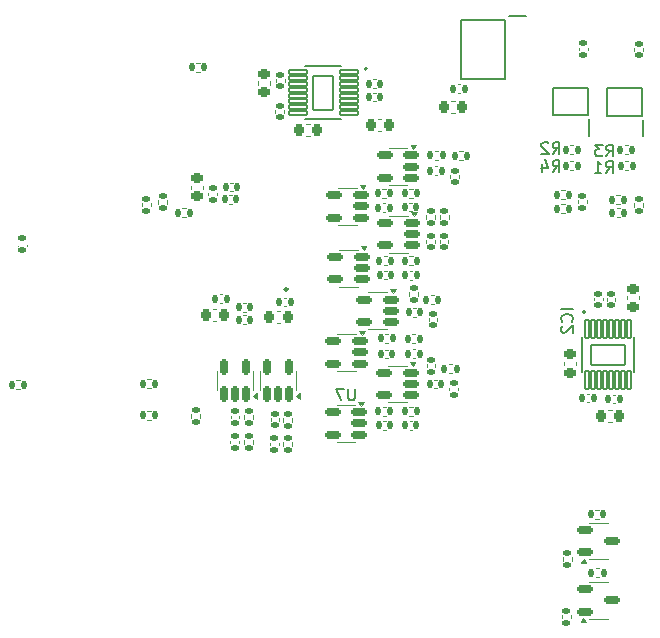
<source format=gbo>
G04 #@! TF.GenerationSoftware,KiCad,Pcbnew,7.0.10*
G04 #@! TF.CreationDate,2024-12-20T15:16:20-05:00*
G04 #@! TF.ProjectId,accessory_v2,61636365-7373-46f7-9279-5f76322e6b69,rev?*
G04 #@! TF.SameCoordinates,Original*
G04 #@! TF.FileFunction,Legend,Bot*
G04 #@! TF.FilePolarity,Positive*
%FSLAX46Y46*%
G04 Gerber Fmt 4.6, Leading zero omitted, Abs format (unit mm)*
G04 Created by KiCad (PCBNEW 7.0.10) date 2024-12-20 15:16:20*
%MOMM*%
%LPD*%
G01*
G04 APERTURE LIST*
G04 Aperture macros list*
%AMRoundRect*
0 Rectangle with rounded corners*
0 $1 Rounding radius*
0 $2 $3 $4 $5 $6 $7 $8 $9 X,Y pos of 4 corners*
0 Add a 4 corners polygon primitive as box body*
4,1,4,$2,$3,$4,$5,$6,$7,$8,$9,$2,$3,0*
0 Add four circle primitives for the rounded corners*
1,1,$1+$1,$2,$3*
1,1,$1+$1,$4,$5*
1,1,$1+$1,$6,$7*
1,1,$1+$1,$8,$9*
0 Add four rect primitives between the rounded corners*
20,1,$1+$1,$2,$3,$4,$5,0*
20,1,$1+$1,$4,$5,$6,$7,0*
20,1,$1+$1,$6,$7,$8,$9,0*
20,1,$1+$1,$8,$9,$2,$3,0*%
G04 Aperture macros list end*
%ADD10C,0.150000*%
%ADD11C,0.120000*%
%ADD12C,0.200000*%
%ADD13C,0.127000*%
%ADD14C,0.250000*%
%ADD15C,2.004000*%
%ADD16C,1.204000*%
%ADD17C,1.554000*%
%ADD18C,4.801000*%
%ADD19C,1.638000*%
%ADD20R,5.200000X1.250000*%
%ADD21RoundRect,0.135000X0.135000X0.185000X-0.135000X0.185000X-0.135000X-0.185000X0.135000X-0.185000X0*%
%ADD22RoundRect,0.140000X-0.170000X0.140000X-0.170000X-0.140000X0.170000X-0.140000X0.170000X0.140000X0*%
%ADD23R,0.450000X1.400000*%
%ADD24RoundRect,0.135000X0.185000X-0.135000X0.185000X0.135000X-0.185000X0.135000X-0.185000X-0.135000X0*%
%ADD25RoundRect,0.150000X0.512500X0.150000X-0.512500X0.150000X-0.512500X-0.150000X0.512500X-0.150000X0*%
%ADD26RoundRect,0.140000X-0.140000X-0.170000X0.140000X-0.170000X0.140000X0.170000X-0.140000X0.170000X0*%
%ADD27RoundRect,0.140000X0.140000X0.170000X-0.140000X0.170000X-0.140000X-0.170000X0.140000X-0.170000X0*%
%ADD28RoundRect,0.060500X0.766500X0.181500X-0.766500X0.181500X-0.766500X-0.181500X0.766500X-0.181500X0*%
%ADD29RoundRect,0.102000X0.825500X1.422500X-0.825500X1.422500X-0.825500X-1.422500X0.825500X-1.422500X0*%
%ADD30RoundRect,0.225000X-0.250000X0.225000X-0.250000X-0.225000X0.250000X-0.225000X0.250000X0.225000X0*%
%ADD31RoundRect,0.225000X0.225000X0.250000X-0.225000X0.250000X-0.225000X-0.250000X0.225000X-0.250000X0*%
%ADD32RoundRect,0.225000X-0.225000X-0.250000X0.225000X-0.250000X0.225000X0.250000X-0.225000X0.250000X0*%
%ADD33RoundRect,0.140000X0.170000X-0.140000X0.170000X0.140000X-0.170000X0.140000X-0.170000X-0.140000X0*%
%ADD34RoundRect,0.135000X-0.135000X-0.185000X0.135000X-0.185000X0.135000X0.185000X-0.135000X0.185000X0*%
%ADD35RoundRect,0.135000X-0.185000X0.135000X-0.185000X-0.135000X0.185000X-0.135000X0.185000X0.135000X0*%
%ADD36R,1.475000X0.450000*%
%ADD37RoundRect,0.150000X0.150000X-0.512500X0.150000X0.512500X-0.150000X0.512500X-0.150000X-0.512500X0*%
%ADD38RoundRect,0.060500X-0.181500X0.766500X-0.181500X-0.766500X0.181500X-0.766500X0.181500X0.766500X0*%
%ADD39RoundRect,0.102000X-1.422500X0.825500X-1.422500X-0.825500X1.422500X-0.825500X1.422500X0.825500X0*%
%ADD40RoundRect,0.150000X-0.512500X-0.150000X0.512500X-0.150000X0.512500X0.150000X-0.512500X0.150000X0*%
%ADD41R,0.300000X0.850000*%
%ADD42R,0.850000X0.300000*%
%ADD43R,4.050000X4.050000*%
%ADD44RoundRect,0.225000X0.250000X-0.225000X0.250000X0.225000X-0.250000X0.225000X-0.250000X-0.225000X0*%
G04 APERTURE END LIST*
D10*
X39694404Y-36074819D02*
X39694404Y-36884342D01*
X39694404Y-36884342D02*
X39646785Y-36979580D01*
X39646785Y-36979580D02*
X39599166Y-37027200D01*
X39599166Y-37027200D02*
X39503928Y-37074819D01*
X39503928Y-37074819D02*
X39313452Y-37074819D01*
X39313452Y-37074819D02*
X39218214Y-37027200D01*
X39218214Y-37027200D02*
X39170595Y-36979580D01*
X39170595Y-36979580D02*
X39122976Y-36884342D01*
X39122976Y-36884342D02*
X39122976Y-36074819D01*
X38742023Y-36074819D02*
X38075357Y-36074819D01*
X38075357Y-36074819D02*
X38503928Y-37074819D01*
X56436666Y-16204819D02*
X56769999Y-15728628D01*
X57008094Y-16204819D02*
X57008094Y-15204819D01*
X57008094Y-15204819D02*
X56627142Y-15204819D01*
X56627142Y-15204819D02*
X56531904Y-15252438D01*
X56531904Y-15252438D02*
X56484285Y-15300057D01*
X56484285Y-15300057D02*
X56436666Y-15395295D01*
X56436666Y-15395295D02*
X56436666Y-15538152D01*
X56436666Y-15538152D02*
X56484285Y-15633390D01*
X56484285Y-15633390D02*
X56531904Y-15681009D01*
X56531904Y-15681009D02*
X56627142Y-15728628D01*
X56627142Y-15728628D02*
X57008094Y-15728628D01*
X56055713Y-15300057D02*
X56008094Y-15252438D01*
X56008094Y-15252438D02*
X55912856Y-15204819D01*
X55912856Y-15204819D02*
X55674761Y-15204819D01*
X55674761Y-15204819D02*
X55579523Y-15252438D01*
X55579523Y-15252438D02*
X55531904Y-15300057D01*
X55531904Y-15300057D02*
X55484285Y-15395295D01*
X55484285Y-15395295D02*
X55484285Y-15490533D01*
X55484285Y-15490533D02*
X55531904Y-15633390D01*
X55531904Y-15633390D02*
X56103332Y-16204819D01*
X56103332Y-16204819D02*
X55484285Y-16204819D01*
X58144819Y-29343810D02*
X57144819Y-29343810D01*
X58049580Y-30391428D02*
X58097200Y-30343809D01*
X58097200Y-30343809D02*
X58144819Y-30200952D01*
X58144819Y-30200952D02*
X58144819Y-30105714D01*
X58144819Y-30105714D02*
X58097200Y-29962857D01*
X58097200Y-29962857D02*
X58001961Y-29867619D01*
X58001961Y-29867619D02*
X57906723Y-29820000D01*
X57906723Y-29820000D02*
X57716247Y-29772381D01*
X57716247Y-29772381D02*
X57573390Y-29772381D01*
X57573390Y-29772381D02*
X57382914Y-29820000D01*
X57382914Y-29820000D02*
X57287676Y-29867619D01*
X57287676Y-29867619D02*
X57192438Y-29962857D01*
X57192438Y-29962857D02*
X57144819Y-30105714D01*
X57144819Y-30105714D02*
X57144819Y-30200952D01*
X57144819Y-30200952D02*
X57192438Y-30343809D01*
X57192438Y-30343809D02*
X57240057Y-30391428D01*
X57240057Y-30772381D02*
X57192438Y-30820000D01*
X57192438Y-30820000D02*
X57144819Y-30915238D01*
X57144819Y-30915238D02*
X57144819Y-31153333D01*
X57144819Y-31153333D02*
X57192438Y-31248571D01*
X57192438Y-31248571D02*
X57240057Y-31296190D01*
X57240057Y-31296190D02*
X57335295Y-31343809D01*
X57335295Y-31343809D02*
X57430533Y-31343809D01*
X57430533Y-31343809D02*
X57573390Y-31296190D01*
X57573390Y-31296190D02*
X58144819Y-30724762D01*
X58144819Y-30724762D02*
X58144819Y-31343809D01*
X56426666Y-17714819D02*
X56759999Y-17238628D01*
X56998094Y-17714819D02*
X56998094Y-16714819D01*
X56998094Y-16714819D02*
X56617142Y-16714819D01*
X56617142Y-16714819D02*
X56521904Y-16762438D01*
X56521904Y-16762438D02*
X56474285Y-16810057D01*
X56474285Y-16810057D02*
X56426666Y-16905295D01*
X56426666Y-16905295D02*
X56426666Y-17048152D01*
X56426666Y-17048152D02*
X56474285Y-17143390D01*
X56474285Y-17143390D02*
X56521904Y-17191009D01*
X56521904Y-17191009D02*
X56617142Y-17238628D01*
X56617142Y-17238628D02*
X56998094Y-17238628D01*
X55569523Y-17048152D02*
X55569523Y-17714819D01*
X55807618Y-16667200D02*
X56045713Y-17381485D01*
X56045713Y-17381485D02*
X55426666Y-17381485D01*
X60936666Y-17804819D02*
X61269999Y-17328628D01*
X61508094Y-17804819D02*
X61508094Y-16804819D01*
X61508094Y-16804819D02*
X61127142Y-16804819D01*
X61127142Y-16804819D02*
X61031904Y-16852438D01*
X61031904Y-16852438D02*
X60984285Y-16900057D01*
X60984285Y-16900057D02*
X60936666Y-16995295D01*
X60936666Y-16995295D02*
X60936666Y-17138152D01*
X60936666Y-17138152D02*
X60984285Y-17233390D01*
X60984285Y-17233390D02*
X61031904Y-17281009D01*
X61031904Y-17281009D02*
X61127142Y-17328628D01*
X61127142Y-17328628D02*
X61508094Y-17328628D01*
X59984285Y-17804819D02*
X60555713Y-17804819D01*
X60269999Y-17804819D02*
X60269999Y-16804819D01*
X60269999Y-16804819D02*
X60365237Y-16947676D01*
X60365237Y-16947676D02*
X60460475Y-17042914D01*
X60460475Y-17042914D02*
X60555713Y-17090533D01*
X60986666Y-16414819D02*
X61319999Y-15938628D01*
X61558094Y-16414819D02*
X61558094Y-15414819D01*
X61558094Y-15414819D02*
X61177142Y-15414819D01*
X61177142Y-15414819D02*
X61081904Y-15462438D01*
X61081904Y-15462438D02*
X61034285Y-15510057D01*
X61034285Y-15510057D02*
X60986666Y-15605295D01*
X60986666Y-15605295D02*
X60986666Y-15748152D01*
X60986666Y-15748152D02*
X61034285Y-15843390D01*
X61034285Y-15843390D02*
X61081904Y-15891009D01*
X61081904Y-15891009D02*
X61177142Y-15938628D01*
X61177142Y-15938628D02*
X61558094Y-15938628D01*
X60653332Y-15414819D02*
X60034285Y-15414819D01*
X60034285Y-15414819D02*
X60367618Y-15795771D01*
X60367618Y-15795771D02*
X60224761Y-15795771D01*
X60224761Y-15795771D02*
X60129523Y-15843390D01*
X60129523Y-15843390D02*
X60081904Y-15891009D01*
X60081904Y-15891009D02*
X60034285Y-15986247D01*
X60034285Y-15986247D02*
X60034285Y-16224342D01*
X60034285Y-16224342D02*
X60081904Y-16319580D01*
X60081904Y-16319580D02*
X60129523Y-16367200D01*
X60129523Y-16367200D02*
X60224761Y-16414819D01*
X60224761Y-16414819D02*
X60510475Y-16414819D01*
X60510475Y-16414819D02*
X60605713Y-16367200D01*
X60605713Y-16367200D02*
X60653332Y-16319580D01*
D11*
X48803641Y-16720000D02*
X48496359Y-16720000D01*
X48803641Y-15960000D02*
X48496359Y-15960000D01*
X46751141Y-16707500D02*
X46443859Y-16707500D01*
X46751141Y-15947500D02*
X46443859Y-15947500D01*
X44603641Y-25632500D02*
X44296359Y-25632500D01*
X44603641Y-24872500D02*
X44296359Y-24872500D01*
X46457500Y-23512164D02*
X46457500Y-23727836D01*
X45737500Y-23512164D02*
X45737500Y-23727836D01*
D12*
X64080000Y-14710000D02*
X64080000Y-13310000D01*
X61030000Y-12960000D02*
X64030000Y-12960000D01*
X64030000Y-12960000D02*
X64030000Y-10660000D01*
X61030000Y-10660000D02*
X61030000Y-12960000D01*
X64030000Y-10660000D02*
X61030000Y-10660000D01*
D11*
X33640000Y-38873641D02*
X33640000Y-38566359D01*
X34400000Y-38873641D02*
X34400000Y-38566359D01*
X41632500Y-31045000D02*
X42432500Y-31045000D01*
X41632500Y-31045000D02*
X40832500Y-31045000D01*
X41632500Y-27925000D02*
X42432500Y-27925000D01*
X41632500Y-27925000D02*
X40832500Y-27925000D01*
X42932500Y-27975000D02*
X42692500Y-27645000D01*
X43172500Y-27645000D01*
X42932500Y-27975000D01*
G36*
X42932500Y-27975000D02*
G01*
X42692500Y-27645000D01*
X43172500Y-27645000D01*
X42932500Y-27975000D01*
G37*
X47577500Y-23522164D02*
X47577500Y-23737836D01*
X46857500Y-23522164D02*
X46857500Y-23737836D01*
X57200000Y-55523641D02*
X57200000Y-55216359D01*
X57960000Y-55523641D02*
X57960000Y-55216359D01*
X48500000Y-18022164D02*
X48500000Y-18237836D01*
X47780000Y-18022164D02*
X47780000Y-18237836D01*
X59312164Y-36520000D02*
X59527836Y-36520000D01*
X59312164Y-37240000D02*
X59527836Y-37240000D01*
X46665336Y-17967500D02*
X46449664Y-17967500D01*
X46665336Y-17247500D02*
X46449664Y-17247500D01*
D13*
X38500000Y-13220000D02*
X35500000Y-13220000D01*
X38500000Y-8800000D02*
X35500000Y-8800000D01*
D12*
X40710000Y-8980000D02*
G75*
G03*
X40510000Y-8980000I-100000J0D01*
G01*
X40510000Y-8980000D02*
G75*
G03*
X40710000Y-8980000I100000J0D01*
G01*
D11*
X42336141Y-38385000D02*
X42028859Y-38385000D01*
X42336141Y-37625000D02*
X42028859Y-37625000D01*
X42482836Y-33502500D02*
X42267164Y-33502500D01*
X42482836Y-32782500D02*
X42267164Y-32782500D01*
X63730000Y-28239420D02*
X63730000Y-28520580D01*
X62710000Y-28239420D02*
X62710000Y-28520580D01*
X35860580Y-14670000D02*
X35579420Y-14670000D01*
X35860580Y-13650000D02*
X35579420Y-13650000D01*
X30322500Y-40743641D02*
X30322500Y-40436359D01*
X31082500Y-40743641D02*
X31082500Y-40436359D01*
X21640000Y-20643641D02*
X21640000Y-20336359D01*
X22400000Y-20643641D02*
X22400000Y-20336359D01*
X41457836Y-10610000D02*
X41242164Y-10610000D01*
X41457836Y-9890000D02*
X41242164Y-9890000D01*
X61532164Y-36610000D02*
X61747836Y-36610000D01*
X61532164Y-37330000D02*
X61747836Y-37330000D01*
X30222164Y-29870000D02*
X30437836Y-29870000D01*
X30222164Y-30590000D02*
X30437836Y-30590000D01*
X38932500Y-40580000D02*
X39732500Y-40580000D01*
X38932500Y-40580000D02*
X38132500Y-40580000D01*
X38932500Y-37460000D02*
X39732500Y-37460000D01*
X38932500Y-37460000D02*
X38132500Y-37460000D01*
X40232500Y-37510000D02*
X39992500Y-37180000D01*
X40472500Y-37180000D01*
X40232500Y-37510000D01*
G36*
X40232500Y-37510000D02*
G01*
X39992500Y-37180000D01*
X40472500Y-37180000D01*
X40232500Y-37510000D01*
G37*
X11338641Y-36120000D02*
X11031359Y-36120000D01*
X11338641Y-35360000D02*
X11031359Y-35360000D01*
X22393641Y-36050000D02*
X22086359Y-36050000D01*
X22393641Y-35290000D02*
X22086359Y-35290000D01*
X41659420Y-13220000D02*
X41940580Y-13220000D01*
X41659420Y-14240000D02*
X41940580Y-14240000D01*
X43272500Y-37237500D02*
X44072500Y-37237500D01*
X43272500Y-37237500D02*
X42472500Y-37237500D01*
X43272500Y-34117500D02*
X44072500Y-34117500D01*
X43272500Y-34117500D02*
X42472500Y-34117500D01*
X44572500Y-34167500D02*
X44332500Y-33837500D01*
X44812500Y-33837500D01*
X44572500Y-34167500D01*
G36*
X44572500Y-34167500D02*
G01*
X44332500Y-33837500D01*
X44812500Y-33837500D01*
X44572500Y-34167500D01*
G37*
X39032500Y-22210000D02*
X39832500Y-22210000D01*
X39032500Y-22210000D02*
X38232500Y-22210000D01*
X39032500Y-19090000D02*
X39832500Y-19090000D01*
X39032500Y-19090000D02*
X38232500Y-19090000D01*
X40332500Y-19140000D02*
X40092500Y-18810000D01*
X40572500Y-18810000D01*
X40332500Y-19140000D01*
G36*
X40332500Y-19140000D02*
G01*
X40092500Y-18810000D01*
X40572500Y-18810000D01*
X40332500Y-19140000D01*
G37*
X29162500Y-38577836D02*
X29162500Y-38362164D01*
X29882500Y-38577836D02*
X29882500Y-38362164D01*
X61822359Y-19686000D02*
X62129641Y-19686000D01*
X61822359Y-20446000D02*
X62129641Y-20446000D01*
X48402500Y-35992164D02*
X48402500Y-36207836D01*
X47682500Y-35992164D02*
X47682500Y-36207836D01*
X60670000Y-28392164D02*
X60670000Y-28607836D01*
X59950000Y-28392164D02*
X59950000Y-28607836D01*
X44342164Y-26122500D02*
X44557836Y-26122500D01*
X44342164Y-26842500D02*
X44557836Y-26842500D01*
X29860000Y-40482164D02*
X29860000Y-40697836D01*
X29140000Y-40482164D02*
X29140000Y-40697836D01*
X58193641Y-16240000D02*
X57886359Y-16240000D01*
X58193641Y-15480000D02*
X57886359Y-15480000D01*
X25830000Y-38523641D02*
X25830000Y-38216359D01*
X26590000Y-38523641D02*
X26590000Y-38216359D01*
X59333400Y-20090159D02*
X59333400Y-20397441D01*
X58573400Y-20090159D02*
X58573400Y-20397441D01*
X43340000Y-18840000D02*
X44140000Y-18840000D01*
X43340000Y-18840000D02*
X42540000Y-18840000D01*
X43340000Y-15720000D02*
X44140000Y-15720000D01*
X43340000Y-15720000D02*
X42540000Y-15720000D01*
X44640000Y-15770000D02*
X44400000Y-15440000D01*
X44880000Y-15440000D01*
X44640000Y-15770000D01*
G36*
X44640000Y-15770000D02*
G01*
X44400000Y-15440000D01*
X44880000Y-15440000D01*
X44640000Y-15770000D01*
G37*
X48146580Y-12702000D02*
X47865420Y-12702000D01*
X48146580Y-11682000D02*
X47865420Y-11682000D01*
X57174159Y-19279600D02*
X57481441Y-19279600D01*
X57174159Y-20039600D02*
X57481441Y-20039600D01*
X41457836Y-11760000D02*
X41242164Y-11760000D01*
X41457836Y-11040000D02*
X41242164Y-11040000D01*
X47617500Y-21376359D02*
X47617500Y-21683641D01*
X46857500Y-21376359D02*
X46857500Y-21683641D01*
D12*
X54195000Y-4530000D02*
X52720000Y-4530000D01*
X52370000Y-9880000D02*
X52370000Y-4880000D01*
X52370000Y-4880000D02*
X48670000Y-4880000D01*
X48670000Y-9880000D02*
X52370000Y-9880000D01*
X48670000Y-4880000D02*
X48670000Y-9880000D01*
D11*
X27970580Y-30320000D02*
X27689420Y-30320000D01*
X27970580Y-29300000D02*
X27689420Y-29300000D01*
X42423641Y-25612500D02*
X42116359Y-25612500D01*
X42423641Y-24852500D02*
X42116359Y-24852500D01*
X27972500Y-35420000D02*
X27972500Y-36220000D01*
X27972500Y-35420000D02*
X27972500Y-34620000D01*
X31092500Y-35420000D02*
X31092500Y-36220000D01*
X31092500Y-35420000D02*
X31092500Y-34620000D01*
X31372500Y-36960000D02*
X31042500Y-36720000D01*
X31372500Y-36480000D01*
X31372500Y-36960000D01*
G36*
X31372500Y-36960000D02*
G01*
X31042500Y-36720000D01*
X31372500Y-36480000D01*
X31372500Y-36960000D01*
G37*
X29247836Y-20420000D02*
X29032164Y-20420000D01*
X29247836Y-19700000D02*
X29032164Y-19700000D01*
X33640000Y-40933641D02*
X33640000Y-40626359D01*
X34400000Y-40933641D02*
X34400000Y-40626359D01*
X58430000Y-33809420D02*
X58430000Y-34090580D01*
X57410000Y-33809420D02*
X57410000Y-34090580D01*
X63360000Y-7447836D02*
X63360000Y-7232164D01*
X64080000Y-7447836D02*
X64080000Y-7232164D01*
D13*
X63320000Y-31700000D02*
X63320000Y-34700000D01*
X58900000Y-31700000D02*
X58900000Y-34700000D01*
D12*
X59180000Y-29590000D02*
G75*
G03*
X58980000Y-29590000I-100000J0D01*
G01*
X58980000Y-29590000D02*
G75*
G03*
X59180000Y-29590000I100000J0D01*
G01*
D11*
X42310336Y-39545000D02*
X42094664Y-39545000D01*
X42310336Y-38825000D02*
X42094664Y-38825000D01*
X60036359Y-46330000D02*
X60343641Y-46330000D01*
X60036359Y-47090000D02*
X60343641Y-47090000D01*
X46662500Y-30097164D02*
X46662500Y-30312836D01*
X45942500Y-30097164D02*
X45942500Y-30312836D01*
X39120000Y-27430000D02*
X39920000Y-27430000D01*
X39120000Y-27430000D02*
X38320000Y-27430000D01*
X39120000Y-24310000D02*
X39920000Y-24310000D01*
X39120000Y-24310000D02*
X38320000Y-24310000D01*
X40420000Y-24360000D02*
X40180000Y-24030000D01*
X40660000Y-24030000D01*
X40420000Y-24360000D01*
G36*
X40420000Y-24360000D02*
G01*
X40180000Y-24030000D01*
X40660000Y-24030000D01*
X40420000Y-24360000D01*
G37*
X64108600Y-20369559D02*
X64108600Y-20676841D01*
X63348600Y-20369559D02*
X63348600Y-20676841D01*
X25373641Y-21580000D02*
X25066359Y-21580000D01*
X25373641Y-20820000D02*
X25066359Y-20820000D01*
X26533641Y-9230000D02*
X26226359Y-9230000D01*
X26533641Y-8470000D02*
X26226359Y-8470000D01*
X27280000Y-19707836D02*
X27280000Y-19492164D01*
X28000000Y-19707836D02*
X28000000Y-19492164D01*
X33089420Y-29520000D02*
X33370580Y-29520000D01*
X33089420Y-30540000D02*
X33370580Y-30540000D01*
X44850336Y-29975000D02*
X44634664Y-29975000D01*
X44850336Y-29255000D02*
X44634664Y-29255000D01*
X30320000Y-38613641D02*
X30320000Y-38306359D01*
X31080000Y-38613641D02*
X31080000Y-38306359D01*
X47936141Y-34770000D02*
X47628859Y-34770000D01*
X47936141Y-34010000D02*
X47628859Y-34010000D01*
X44294664Y-20352500D02*
X44510336Y-20352500D01*
X44294664Y-21072500D02*
X44510336Y-21072500D01*
X58183641Y-17600000D02*
X57876359Y-17600000D01*
X58183641Y-16840000D02*
X57876359Y-16840000D01*
X62843641Y-17600000D02*
X62536359Y-17600000D01*
X62843641Y-16840000D02*
X62536359Y-16840000D01*
X32480000Y-10059420D02*
X32480000Y-10340580D01*
X31460000Y-10059420D02*
X31460000Y-10340580D01*
X46406141Y-28925000D02*
X46098859Y-28925000D01*
X46406141Y-28165000D02*
X46098859Y-28165000D01*
X32577500Y-38787836D02*
X32577500Y-38572164D01*
X33297500Y-38787836D02*
X33297500Y-38572164D01*
X42528641Y-32202500D02*
X42221359Y-32202500D01*
X42528641Y-31442500D02*
X42221359Y-31442500D01*
X44587164Y-32742500D02*
X44802836Y-32742500D01*
X44587164Y-33462500D02*
X44802836Y-33462500D01*
X42326141Y-19922500D02*
X42018859Y-19922500D01*
X42326141Y-19162500D02*
X42018859Y-19162500D01*
X44566141Y-19922500D02*
X44258859Y-19922500D01*
X44566141Y-19162500D02*
X44258859Y-19162500D01*
X11130000Y-23983641D02*
X11130000Y-23676359D01*
X11890000Y-23983641D02*
X11890000Y-23676359D01*
X57290000Y-50653641D02*
X57290000Y-50346359D01*
X58050000Y-50653641D02*
X58050000Y-50346359D01*
X43397500Y-24560000D02*
X44197500Y-24560000D01*
X43397500Y-24560000D02*
X42597500Y-24560000D01*
X43397500Y-21440000D02*
X44197500Y-21440000D01*
X43397500Y-21440000D02*
X42597500Y-21440000D01*
X44697500Y-21490000D02*
X44457500Y-21160000D01*
X44937500Y-21160000D01*
X44697500Y-21490000D01*
G36*
X44697500Y-21490000D02*
G01*
X44457500Y-21160000D01*
X44937500Y-21160000D01*
X44697500Y-21490000D01*
G37*
X45752500Y-34273641D02*
X45752500Y-33966359D01*
X46512500Y-34273641D02*
X46512500Y-33966359D01*
X61847759Y-20803600D02*
X62155041Y-20803600D01*
X61847759Y-21563600D02*
X62155041Y-21563600D01*
X57150759Y-20448000D02*
X57458041Y-20448000D01*
X57150759Y-21208000D02*
X57458041Y-21208000D01*
X42377836Y-26832500D02*
X42162164Y-26832500D01*
X42377836Y-26112500D02*
X42162164Y-26112500D01*
X42270336Y-21102500D02*
X42054664Y-21102500D01*
X42270336Y-20382500D02*
X42054664Y-20382500D01*
X48621836Y-11028000D02*
X48406164Y-11028000D01*
X48621836Y-10308000D02*
X48406164Y-10308000D01*
D12*
X59470000Y-14660000D02*
X59470000Y-13260000D01*
X56420000Y-12910000D02*
X59420000Y-12910000D01*
X59420000Y-12910000D02*
X59420000Y-10610000D01*
X56420000Y-10610000D02*
X56420000Y-12910000D01*
X59420000Y-10610000D02*
X56420000Y-10610000D01*
D11*
X22408641Y-38700000D02*
X22101359Y-38700000D01*
X22408641Y-37940000D02*
X22101359Y-37940000D01*
X31612500Y-35410000D02*
X31612500Y-36210000D01*
X31612500Y-35410000D02*
X31612500Y-34610000D01*
X34732500Y-35410000D02*
X34732500Y-36210000D01*
X34732500Y-35410000D02*
X34732500Y-34610000D01*
X35012500Y-36950000D02*
X34682500Y-36710000D01*
X35012500Y-36470000D01*
X35012500Y-36950000D01*
G36*
X35012500Y-36950000D02*
G01*
X34682500Y-36710000D01*
X35012500Y-36470000D01*
X35012500Y-36950000D01*
G37*
X30222164Y-28830000D02*
X30437836Y-28830000D01*
X30222164Y-29550000D02*
X30437836Y-29550000D01*
X29367836Y-19370000D02*
X29152164Y-19370000D01*
X29367836Y-18650000D02*
X29152164Y-18650000D01*
X58670000Y-7437836D02*
X58670000Y-7222164D01*
X59390000Y-7437836D02*
X59390000Y-7222164D01*
X61139420Y-37850000D02*
X61420580Y-37850000D01*
X61139420Y-38870000D02*
X61420580Y-38870000D01*
X33730000Y-9872164D02*
X33730000Y-10087836D01*
X33010000Y-9872164D02*
X33010000Y-10087836D01*
X44282500Y-28198641D02*
X44282500Y-27891359D01*
X45042500Y-28198641D02*
X45042500Y-27891359D01*
X62823641Y-16230000D02*
X62516359Y-16230000D01*
X62823641Y-15470000D02*
X62516359Y-15470000D01*
X61740000Y-28402164D02*
X61740000Y-28617836D01*
X61020000Y-28402164D02*
X61020000Y-28617836D01*
X33230000Y-40642164D02*
X33230000Y-40857836D01*
X32510000Y-40642164D02*
X32510000Y-40857836D01*
X60350000Y-47410000D02*
X59550000Y-47410000D01*
X60350000Y-47410000D02*
X61150000Y-47410000D01*
X60350000Y-50530000D02*
X59550000Y-50530000D01*
X60350000Y-50530000D02*
X61150000Y-50530000D01*
X59290000Y-50810000D02*
X58810000Y-50810000D01*
X59050000Y-50480000D01*
X59290000Y-50810000D01*
G36*
X59290000Y-50810000D02*
G01*
X58810000Y-50810000D01*
X59050000Y-50480000D01*
X59290000Y-50810000D01*
G37*
X45717500Y-21673641D02*
X45717500Y-21366359D01*
X46477500Y-21673641D02*
X46477500Y-21366359D01*
X23050000Y-20433641D02*
X23050000Y-20126359D01*
X23810000Y-20433641D02*
X23810000Y-20126359D01*
X44596141Y-38365000D02*
X44288859Y-38365000D01*
X44596141Y-37605000D02*
X44288859Y-37605000D01*
X28467836Y-28810000D02*
X28252164Y-28810000D01*
X28467836Y-28090000D02*
X28252164Y-28090000D01*
D14*
X33985000Y-27665000D02*
G75*
G03*
X33735000Y-27665000I-125000J0D01*
G01*
X33735000Y-27665000D02*
G75*
G03*
X33985000Y-27665000I125000J0D01*
G01*
D11*
X38965000Y-34570000D02*
X39765000Y-34570000D01*
X38965000Y-34570000D02*
X38165000Y-34570000D01*
X38965000Y-31450000D02*
X39765000Y-31450000D01*
X38965000Y-31450000D02*
X38165000Y-31450000D01*
X40265000Y-31500000D02*
X40025000Y-31170000D01*
X40505000Y-31170000D01*
X40265000Y-31500000D01*
G36*
X40265000Y-31500000D02*
G01*
X40025000Y-31170000D01*
X40505000Y-31170000D01*
X40265000Y-31500000D01*
G37*
X60076359Y-51280000D02*
X60383641Y-51280000D01*
X60076359Y-52040000D02*
X60383641Y-52040000D01*
X25810000Y-19170580D02*
X25810000Y-18889420D01*
X26830000Y-19170580D02*
X26830000Y-18889420D01*
X32950000Y-12697836D02*
X32950000Y-12482164D01*
X33670000Y-12697836D02*
X33670000Y-12482164D01*
X46610336Y-36050000D02*
X46394664Y-36050000D01*
X46610336Y-35330000D02*
X46394664Y-35330000D01*
X44314664Y-38835000D02*
X44530336Y-38835000D01*
X44314664Y-39555000D02*
X44530336Y-39555000D01*
X60340000Y-52440000D02*
X59540000Y-52440000D01*
X60340000Y-52440000D02*
X61140000Y-52440000D01*
X60340000Y-55560000D02*
X59540000Y-55560000D01*
X60340000Y-55560000D02*
X61140000Y-55560000D01*
X59280000Y-55840000D02*
X58800000Y-55840000D01*
X59040000Y-55510000D01*
X59280000Y-55840000D01*
G36*
X59280000Y-55840000D02*
G01*
X58800000Y-55840000D01*
X59040000Y-55510000D01*
X59280000Y-55840000D01*
G37*
X44808641Y-32232500D02*
X44501359Y-32232500D01*
X44808641Y-31472500D02*
X44501359Y-31472500D01*
X33652164Y-28390000D02*
X33867836Y-28390000D01*
X33652164Y-29110000D02*
X33867836Y-29110000D01*
%LPC*%
D15*
X8980000Y-63720000D03*
X19140000Y-23080000D03*
X24220000Y-51020000D03*
X24220000Y-48480000D03*
X24220000Y-40860000D03*
X24220000Y-38320000D03*
X24220000Y-35780000D03*
X8980000Y-35780000D03*
X8980000Y-48480000D03*
X8980000Y-51020000D03*
X8980000Y-61180000D03*
X24220000Y-25620000D03*
X24220000Y-23080000D03*
X24220000Y-15460000D03*
X24220000Y-12920000D03*
X24220000Y-10380000D03*
X8980000Y-23080000D03*
X8980000Y-25620000D03*
X8980000Y-28160000D03*
X8980000Y-30700000D03*
D16*
X18632000Y-68288000D03*
X15330000Y-68288000D03*
D15*
X24220000Y-68800000D03*
X8980000Y-33240000D03*
X8980000Y-66260000D03*
X16600000Y-23080000D03*
D17*
X13430000Y-53830000D03*
X13430000Y-55830000D03*
D15*
X11520000Y-23080000D03*
X14060000Y-23080000D03*
D17*
X11430000Y-55830000D03*
X11430000Y-53830000D03*
X15430000Y-53830000D03*
X15430000Y-55830000D03*
D15*
X21170000Y-54830000D03*
X21170000Y-52290000D03*
X21680000Y-23080000D03*
X8980000Y-68800000D03*
X11520000Y-66260000D03*
D18*
X53000000Y-16855000D03*
X53000000Y-63895000D03*
D19*
X55540000Y-26151000D03*
X55540000Y-28437000D03*
X55540000Y-30723000D03*
X55540000Y-33009000D03*
X55540000Y-35295000D03*
X55540000Y-37581000D03*
X55540000Y-39867000D03*
X55540000Y-42153000D03*
X55540000Y-44439000D03*
X55540000Y-46725000D03*
X55540000Y-49011000D03*
X55540000Y-51297000D03*
X55540000Y-53583000D03*
X55540000Y-55869000D03*
X53000000Y-25008000D03*
X53000000Y-27294000D03*
X53000000Y-29580000D03*
X53000000Y-31866000D03*
X53000000Y-34152000D03*
X53000000Y-36438000D03*
X53000000Y-38724000D03*
X53000000Y-41010000D03*
X53000000Y-43296000D03*
X53000000Y-45582000D03*
X53000000Y-47868000D03*
X53000000Y-50154000D03*
X53000000Y-52440000D03*
X53000000Y-54726000D03*
X53000000Y-57012000D03*
X50460000Y-23865000D03*
X50460000Y-26151000D03*
X50460000Y-28437000D03*
X50460000Y-30723000D03*
X50460000Y-33009000D03*
X50460000Y-35295000D03*
X50460000Y-37581000D03*
X50460000Y-39867000D03*
X50460000Y-42153000D03*
X50460000Y-44439000D03*
X50460000Y-46725000D03*
X50460000Y-49011000D03*
X50460000Y-51297000D03*
X50460000Y-53583000D03*
X50460000Y-55869000D03*
D20*
X3000000Y-44775000D03*
X3000000Y-42875000D03*
X3000000Y-40875000D03*
X3000000Y-38875000D03*
X3000000Y-36875000D03*
D21*
X49160000Y-16340000D03*
X48140000Y-16340000D03*
X47107500Y-16327500D03*
X46087500Y-16327500D03*
X44960000Y-25252500D03*
X43940000Y-25252500D03*
D22*
X46097500Y-23140000D03*
X46097500Y-24100000D03*
D23*
X63505000Y-14010000D03*
X62855000Y-14010000D03*
X62205000Y-14010000D03*
X61555000Y-14010000D03*
X61555000Y-9610000D03*
X62205000Y-9610000D03*
X62855000Y-9610000D03*
X63505000Y-9610000D03*
D24*
X34020000Y-39230000D03*
X34020000Y-38210000D03*
D25*
X42770000Y-28535000D03*
X42770000Y-29485000D03*
X42770000Y-30435000D03*
X40495000Y-30435000D03*
X40495000Y-28535000D03*
D22*
X47217500Y-23150000D03*
X47217500Y-24110000D03*
D24*
X57580000Y-55880000D03*
X57580000Y-54860000D03*
D22*
X48140000Y-17650000D03*
X48140000Y-18610000D03*
D26*
X58940000Y-36880000D03*
X59900000Y-36880000D03*
D27*
X47037500Y-17607500D03*
X46077500Y-17607500D03*
D28*
X39160000Y-9260000D03*
X39160000Y-9760000D03*
X39160000Y-10260000D03*
X39160000Y-10760000D03*
X39160000Y-11260000D03*
X39160000Y-11760000D03*
X39160000Y-12260000D03*
X39160000Y-12760000D03*
X34840000Y-12760000D03*
X34840000Y-12260000D03*
X34840000Y-11760000D03*
X34840000Y-11260000D03*
X34840000Y-10760000D03*
X34840000Y-10260000D03*
X34840000Y-9760000D03*
X34840000Y-9260000D03*
D29*
X37000000Y-11010000D03*
D21*
X42692500Y-38005000D03*
X41672500Y-38005000D03*
D27*
X42855000Y-33142500D03*
X41895000Y-33142500D03*
D30*
X63220000Y-27605000D03*
X63220000Y-29155000D03*
D31*
X36495000Y-14160000D03*
X34945000Y-14160000D03*
D24*
X30702500Y-41100000D03*
X30702500Y-40080000D03*
X22020000Y-21000000D03*
X22020000Y-19980000D03*
D27*
X41830000Y-10250000D03*
X40870000Y-10250000D03*
D26*
X61160000Y-36970000D03*
X62120000Y-36970000D03*
X29850000Y-30230000D03*
X30810000Y-30230000D03*
D25*
X40070000Y-38070000D03*
X40070000Y-39020000D03*
X40070000Y-39970000D03*
X37795000Y-39970000D03*
X37795000Y-38070000D03*
D21*
X11695000Y-35740000D03*
X10675000Y-35740000D03*
X22750000Y-35670000D03*
X21730000Y-35670000D03*
D32*
X41025000Y-13730000D03*
X42575000Y-13730000D03*
D25*
X44410000Y-34727500D03*
X44410000Y-35677500D03*
X44410000Y-36627500D03*
X42135000Y-36627500D03*
X42135000Y-34727500D03*
X40170000Y-19700000D03*
X40170000Y-20650000D03*
X40170000Y-21600000D03*
X37895000Y-21600000D03*
X37895000Y-19700000D03*
D33*
X29522500Y-38950000D03*
X29522500Y-37990000D03*
D34*
X61466000Y-20066000D03*
X62486000Y-20066000D03*
D22*
X48042500Y-35620000D03*
X48042500Y-36580000D03*
X60310000Y-28020000D03*
X60310000Y-28980000D03*
D26*
X43970000Y-26482500D03*
X44930000Y-26482500D03*
D22*
X29500000Y-40110000D03*
X29500000Y-41070000D03*
D21*
X58550000Y-15860000D03*
X57530000Y-15860000D03*
D24*
X26210000Y-38880000D03*
X26210000Y-37860000D03*
D35*
X58953400Y-19733800D03*
X58953400Y-20753800D03*
D25*
X44477500Y-16330000D03*
X44477500Y-17280000D03*
X44477500Y-18230000D03*
X42202500Y-18230000D03*
X42202500Y-16330000D03*
D31*
X48781000Y-12192000D03*
X47231000Y-12192000D03*
D34*
X56817800Y-19659600D03*
X57837800Y-19659600D03*
D27*
X41830000Y-11400000D03*
X40870000Y-11400000D03*
D35*
X47237500Y-21020000D03*
X47237500Y-22040000D03*
D36*
X53458000Y-5105000D03*
X53458000Y-5755000D03*
X53458000Y-6405000D03*
X53458000Y-7055000D03*
X53458000Y-7705000D03*
X53458000Y-8355000D03*
X53458000Y-9005000D03*
X53458000Y-9655000D03*
X47582000Y-9655000D03*
X47582000Y-9005000D03*
X47582000Y-8355000D03*
X47582000Y-7705000D03*
X47582000Y-7055000D03*
X47582000Y-6405000D03*
X47582000Y-5755000D03*
X47582000Y-5105000D03*
D31*
X28605000Y-29810000D03*
X27055000Y-29810000D03*
D21*
X42780000Y-25232500D03*
X41760000Y-25232500D03*
D37*
X30482500Y-36557500D03*
X29532500Y-36557500D03*
X28582500Y-36557500D03*
X28582500Y-34282500D03*
X30482500Y-34282500D03*
D27*
X29620000Y-20060000D03*
X28660000Y-20060000D03*
D24*
X34020000Y-41290000D03*
X34020000Y-40270000D03*
D30*
X57920000Y-33175000D03*
X57920000Y-34725000D03*
D33*
X63720000Y-7820000D03*
X63720000Y-6860000D03*
D38*
X59360000Y-31040000D03*
X59860000Y-31040000D03*
X60360000Y-31040000D03*
X60860000Y-31040000D03*
X61360000Y-31040000D03*
X61860000Y-31040000D03*
X62360000Y-31040000D03*
X62860000Y-31040000D03*
X62860000Y-35360000D03*
X62360000Y-35360000D03*
X61860000Y-35360000D03*
X61360000Y-35360000D03*
X60860000Y-35360000D03*
X60360000Y-35360000D03*
X59860000Y-35360000D03*
X59360000Y-35360000D03*
D39*
X61110000Y-33200000D03*
D27*
X42682500Y-39185000D03*
X41722500Y-39185000D03*
D34*
X59680000Y-46710000D03*
X60700000Y-46710000D03*
D22*
X46302500Y-29725000D03*
X46302500Y-30685000D03*
D25*
X40257500Y-24920000D03*
X40257500Y-25870000D03*
X40257500Y-26820000D03*
X37982500Y-26820000D03*
X37982500Y-24920000D03*
D35*
X63728600Y-20013200D03*
X63728600Y-21033200D03*
D21*
X25730000Y-21200000D03*
X24710000Y-21200000D03*
X26890000Y-8850000D03*
X25870000Y-8850000D03*
D33*
X27640000Y-20080000D03*
X27640000Y-19120000D03*
D32*
X32455000Y-30030000D03*
X34005000Y-30030000D03*
D27*
X45222500Y-29615000D03*
X44262500Y-29615000D03*
D24*
X30700000Y-38970000D03*
X30700000Y-37950000D03*
D21*
X48292500Y-34390000D03*
X47272500Y-34390000D03*
D26*
X43922500Y-20712500D03*
X44882500Y-20712500D03*
D21*
X58540000Y-17220000D03*
X57520000Y-17220000D03*
X63200000Y-17220000D03*
X62180000Y-17220000D03*
D30*
X31970000Y-9425000D03*
X31970000Y-10975000D03*
D21*
X46762500Y-28545000D03*
X45742500Y-28545000D03*
D33*
X32937500Y-39160000D03*
X32937500Y-38200000D03*
D21*
X42885000Y-31822500D03*
X41865000Y-31822500D03*
D26*
X44215000Y-33102500D03*
X45175000Y-33102500D03*
D21*
X42682500Y-19542500D03*
X41662500Y-19542500D03*
X44922500Y-19542500D03*
X43902500Y-19542500D03*
D24*
X11510000Y-24340000D03*
X11510000Y-23320000D03*
X57670000Y-51010000D03*
X57670000Y-49990000D03*
D25*
X44535000Y-22050000D03*
X44535000Y-23000000D03*
X44535000Y-23950000D03*
X42260000Y-23950000D03*
X42260000Y-22050000D03*
D24*
X46132500Y-34630000D03*
X46132500Y-33610000D03*
D34*
X61491400Y-21183600D03*
X62511400Y-21183600D03*
X56794400Y-20828000D03*
X57814400Y-20828000D03*
D27*
X42750000Y-26472500D03*
X41790000Y-26472500D03*
X42642500Y-20742500D03*
X41682500Y-20742500D03*
X48994000Y-10668000D03*
X48034000Y-10668000D03*
D23*
X58895000Y-13960000D03*
X58245000Y-13960000D03*
X57595000Y-13960000D03*
X56945000Y-13960000D03*
X56945000Y-9560000D03*
X57595000Y-9560000D03*
X58245000Y-9560000D03*
X58895000Y-9560000D03*
D21*
X22765000Y-38320000D03*
X21745000Y-38320000D03*
D37*
X34122500Y-36547500D03*
X33172500Y-36547500D03*
X32222500Y-36547500D03*
X32222500Y-34272500D03*
X34122500Y-34272500D03*
D26*
X29850000Y-29190000D03*
X30810000Y-29190000D03*
D27*
X29740000Y-19010000D03*
X28780000Y-19010000D03*
D33*
X59030000Y-7810000D03*
X59030000Y-6850000D03*
D32*
X60505000Y-38360000D03*
X62055000Y-38360000D03*
D22*
X33370000Y-9500000D03*
X33370000Y-10460000D03*
D24*
X44662500Y-28555000D03*
X44662500Y-27535000D03*
D21*
X63180000Y-15850000D03*
X62160000Y-15850000D03*
D22*
X61380000Y-28030000D03*
X61380000Y-28990000D03*
X32870000Y-40270000D03*
X32870000Y-41230000D03*
D40*
X59212500Y-49920000D03*
X59212500Y-48020000D03*
X61487500Y-48970000D03*
D24*
X46097500Y-22030000D03*
X46097500Y-21010000D03*
X23430000Y-20790000D03*
X23430000Y-19770000D03*
D21*
X44952500Y-37985000D03*
X43932500Y-37985000D03*
D27*
X28840000Y-28450000D03*
X27880000Y-28450000D03*
D41*
X33110000Y-27240000D03*
X32610000Y-27240000D03*
X32110000Y-27240000D03*
X31610000Y-27240000D03*
X31110000Y-27240000D03*
X30610000Y-27240000D03*
X30110000Y-27240000D03*
X29610000Y-27240000D03*
X29110000Y-27240000D03*
X28610000Y-27240000D03*
D42*
X27910000Y-26540000D03*
X27910000Y-26040000D03*
X27910000Y-25540000D03*
X27910000Y-25040000D03*
X27910000Y-24540000D03*
X27910000Y-24040000D03*
X27910000Y-23540000D03*
X27910000Y-23040000D03*
X27910000Y-22540000D03*
X27910000Y-22040000D03*
D41*
X28610000Y-21340000D03*
X29110000Y-21340000D03*
X29610000Y-21340000D03*
X30110000Y-21340000D03*
X30610000Y-21340000D03*
X31110000Y-21340000D03*
X31610000Y-21340000D03*
X32110000Y-21340000D03*
X32610000Y-21340000D03*
X33110000Y-21340000D03*
D42*
X33810000Y-22040000D03*
X33810000Y-22540000D03*
X33810000Y-23040000D03*
X33810000Y-23540000D03*
X33810000Y-24040000D03*
X33810000Y-24540000D03*
X33810000Y-25040000D03*
X33810000Y-25540000D03*
X33810000Y-26040000D03*
X33810000Y-26540000D03*
D43*
X30860000Y-24290000D03*
D25*
X40102500Y-32060000D03*
X40102500Y-33010000D03*
X40102500Y-33960000D03*
X37827500Y-33960000D03*
X37827500Y-32060000D03*
D34*
X59720000Y-51660000D03*
X60740000Y-51660000D03*
D44*
X26320000Y-19805000D03*
X26320000Y-18255000D03*
D33*
X33310000Y-13070000D03*
X33310000Y-12110000D03*
D27*
X46982500Y-35690000D03*
X46022500Y-35690000D03*
D26*
X43942500Y-39195000D03*
X44902500Y-39195000D03*
D40*
X59202500Y-54950000D03*
X59202500Y-53050000D03*
X61477500Y-54000000D03*
D21*
X45165000Y-31852500D03*
X44145000Y-31852500D03*
D26*
X33280000Y-28750000D03*
X34240000Y-28750000D03*
%LPD*%
M02*

</source>
